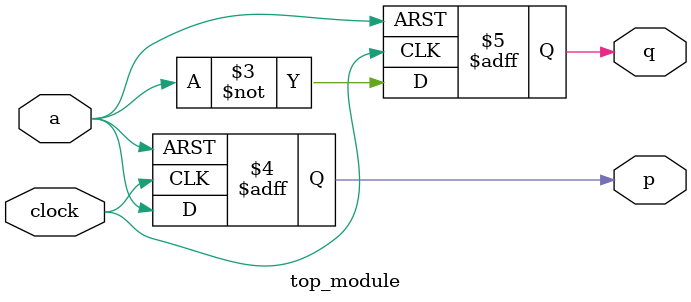
<source format=v>

module top_module (
	input clock,
	input a, 
	output reg p,
	output reg q
);

always @(posedge clock or negedge a) begin
    if (!a) begin
        p <= 0;
        q <= 1;
    end else begin
        p <= a;
        q <= ~a;
    end
end

endmodule

</source>
